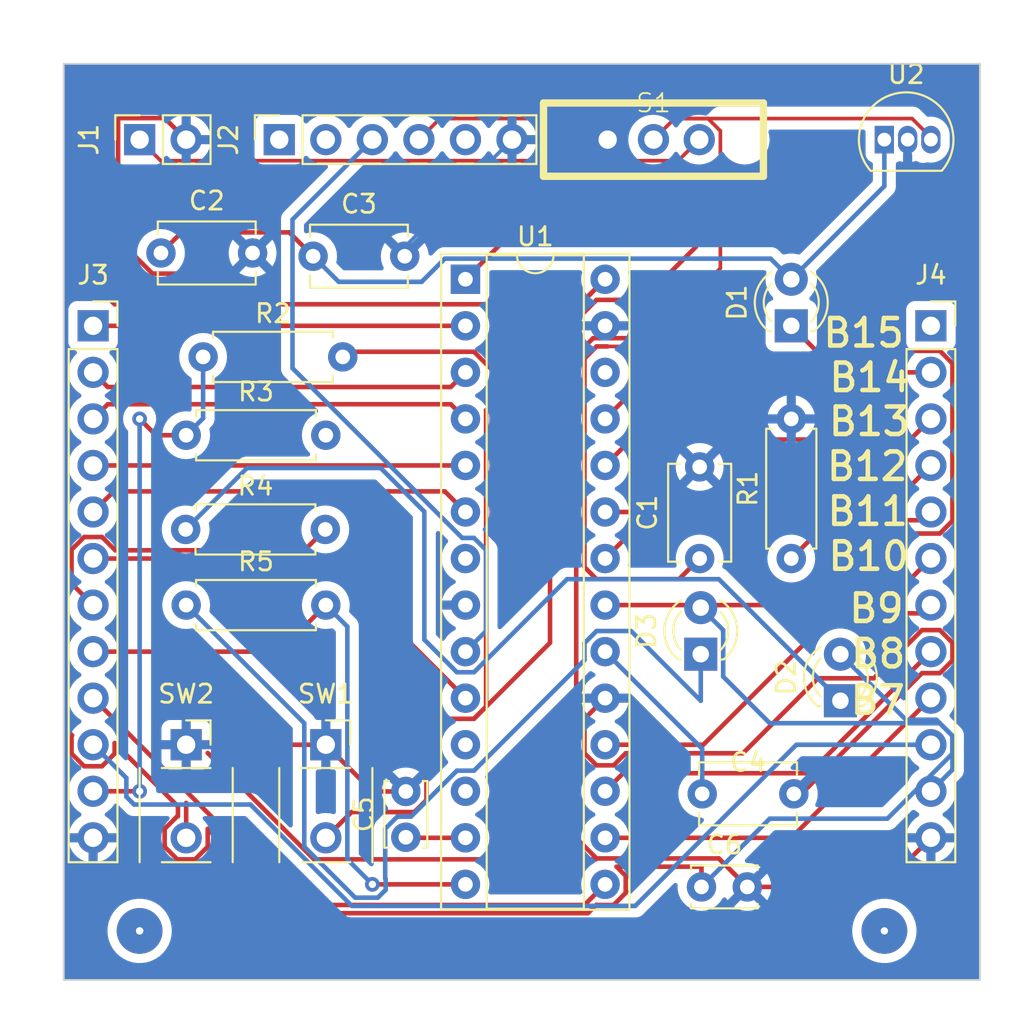
<source format=kicad_pcb>
(kicad_pcb (version 20221018) (generator pcbnew)
  (layers (0 "F.Cu" signal) (31 "B.Cu" signal) (34 "B.Paste" user) (35 "F.Paste" user) (36 "B.SilkS" user "B.Silkscreen") (37 "F.SilkS" user "F.Silkscreen") (38 "B.Mask" user) (39 "F.Mask" user) (44 "Edge.Cuts" user))
  (net 0 "")
  (net 1 "Net-(S1-B)")
  (net 2 "GND")
  (net 3 "Net-(D1-A)")
  (net 4 "Net-(U1-Vcap)")
  (net 5 "+3.3V")
  (net 6 "Net-(D1-K)")
  (net 7 "Net-(D2-K)")
  (net 8 "Net-(D3-K)")
  (net 9 "Net-(J1-Pin_1)")
  (net 11 "/U1TX")
  (net 12 "/U1RX")
  (net 13 "+5V")
  (net 15 "/A0")
  (net 16 "/A1")
  (net 17 "/B0")
  (net 18 "/B1")
  (net 19 "/B2")
  (net 20 "/A3")
  (net 21 "/GREEN")
  (net 22 "/YELLOW")
  (net 23 "/B6")
  (net 24 "/Vin")
  (net 25 "/B15")
  (net 26 "/B14")
  (net 27 "/B13")
  (net 28 "/B12")
  (net 29 "/B11")
  (net 30 "/B10")
  (net 31 "/B9")
  (net 32 "/B8")
  (net 33 "/B7")
  (net 34 "/MCLR")
  (net 35 "/USER")
  (footprint "Capacitor_THT:C_Disc_D5.1mm_W3.2mm_P5.00mm" (layer "F.Cu") (at 243.92 149.86)
    (fp_text reference "C4" (at 2.5 -1.721) (layer "F.SilkS"))
    (fp_text value "1 uF")
    (pad "1" thru_hole circle (at 0 0) (size 1.6 1.6) (drill 0.8) (layers "*.Cu" "*.Mask") (net 4 "Net-(U1-Vcap)"))
    (pad "2" thru_hole circle (at 5 0) (size 1.6 1.6) (drill 0.8) (layers "*.Cu" "*.Mask") (net 2 "GND"))
  )
  (footprint "Resistor_THT:R_Axial_DIN0207_L6.3mm_D2.5mm_P7.62mm_Horizontal" (layer "F.Cu") (at 215.76 130.291058)
    (fp_text reference "R3" (at 3.81 -2.37) (layer "F.SilkS"))
    (fp_text value "10k")
    (pad "1" thru_hole circle (at 0 0) (size 1.6 1.6) (drill 0.8) (layers "*.Cu" "*.Mask") (net 5 "+3.3V"))
    (pad "2" thru_hole oval (at 7.62 0) (size 1.6 1.6) (drill 0.8) (layers "*.Cu" "*.Mask") (net 35 "/USER"))
  )
  (footprint "Capacitor_THT:C_Disc_D5.1mm_W3.2mm_P5.00mm" (layer "F.Cu") (at 214.38328 120.346551)
    (fp_text reference "C2" (at 2.5 -2.85) (layer "F.SilkS"))
    (fp_text value "1uF")
    (pad "1" thru_hole circle (at 0 0) (size 1.6 1.6) (drill 0.8) (layers "*.Cu" "*.Mask") (net 3 "Net-(D1-A)"))
    (pad "2" thru_hole circle (at 5 0) (size 1.6 1.6) (drill 0.8) (layers "*.Cu" "*.Mask") (net 2 "GND"))
  )
  (footprint "Package_DIP:DIP-28_W7.62mm_Socket" (layer "F.Cu") (at 231 121.78)
    (fp_text reference "U1" (at 3.81 -2.33) (layer "F.SilkS"))
    (fp_text value "~")
    (pad "1" thru_hole rect (at 0 0) (size 1.6 1.6) (drill 0.8) (layers "*.Cu" "*.Mask") (net 34 "/MCLR"))
    (pad "2" thru_hole oval (at 0 2.54) (size 1.6 1.6) (drill 0.8) (layers "*.Cu" "*.Mask") (net 15 "/A0"))
    (pad "3" thru_hole oval (at 0 5.08) (size 1.6 1.6) (drill 0.8) (layers "*.Cu" "*.Mask") (net 16 "/A1"))
    (pad "4" thru_hole oval (at 0 7.62) (size 1.6 1.6) (drill 0.8) (layers "*.Cu" "*.Mask") (net 17 "/B0"))
    (pad "5" thru_hole oval (at 0 10.16) (size 1.6 1.6) (drill 0.8) (layers "*.Cu" "*.Mask") (net 18 "/B1"))
    (pad "6" thru_hole oval (at 0 12.7) (size 1.6 1.6) (drill 0.8) (layers "*.Cu" "*.Mask") (net 19 "/B2"))
    (pad "7" thru_hole oval (at 0 15.24) (size 1.6 1.6) (drill 0.8) (layers "*.Cu" "*.Mask"))
    (pad "8" thru_hole oval (at 0 17.78) (size 1.6 1.6) (drill 0.8) (layers "*.Cu" "*.Mask") (net 2 "GND"))
    (pad "9" thru_hole oval (at 0 20.32) (size 1.6 1.6) (drill 0.8) (layers "*.Cu" "*.Mask") (net 12 "/U1RX"))
    (pad "10" thru_hole oval (at 0 22.86) (size 1.6 1.6) (drill 0.8) (layers "*.Cu" "*.Mask") (net 20 "/A3"))
    (pad "11" thru_hole oval (at 0 25.4) (size 1.6 1.6) (drill 0.8) (layers "*.Cu" "*.Mask"))
    (pad "12" thru_hole oval (at 0 27.94) (size 1.6 1.6) (drill 0.8) (layers "*.Cu" "*.Mask"))
    (pad "13" thru_hole oval (at 0 30.48) (size 1.6 1.6) (drill 0.8) (layers "*.Cu" "*.Mask") (net 5 "+3.3V"))
    (pad "14" thru_hole oval (at 0 33.02) (size 1.6 1.6) (drill 0.8) (layers "*.Cu" "*.Mask") (net 22 "/YELLOW"))
    (pad "15" thru_hole oval (at 7.62 33.02) (size 1.6 1.6) (drill 0.8) (layers "*.Cu" "*.Mask") (net 23 "/B6"))
    (pad "16" thru_hole oval (at 7.62 30.48) (size 1.6 1.6) (drill 0.8) (layers "*.Cu" "*.Mask") (net 33 "/B7"))
    (pad "17" thru_hole oval (at 7.62 27.94) (size 1.6 1.6) (drill 0.8) (layers "*.Cu" "*.Mask") (net 32 "/B8"))
    (pad "18" thru_hole oval (at 7.62 25.4) (size 1.6 1.6) (drill 0.8) (layers "*.Cu" "*.Mask") (net 31 "/B9"))
    (pad "19" thru_hole oval (at 7.62 22.86) (size 1.6 1.6) (drill 0.8) (layers "*.Cu" "*.Mask") (net 2 "GND"))
    (pad "20" thru_hole oval (at 7.62 20.32) (size 1.6 1.6) (drill 0.8) (layers "*.Cu" "*.Mask") (net 4 "Net-(U1-Vcap)"))
    (pad "21" thru_hole oval (at 7.62 17.78) (size 1.6 1.6) (drill 0.8) (layers "*.Cu" "*.Mask") (net 30 "/B10"))
    (pad "22" thru_hole oval (at 7.62 15.24) (size 1.6 1.6) (drill 0.8) (layers "*.Cu" "*.Mask") (net 29 "/B11"))
    (pad "23" thru_hole oval (at 7.62 12.7) (size 1.6 1.6) (drill 0.8) (layers "*.Cu" "*.Mask") (net 28 "/B12"))
    (pad "24" thru_hole oval (at 7.62 10.16) (size 1.6 1.6) (drill 0.8) (layers "*.Cu" "*.Mask") (net 27 "/B13"))
    (pad "25" thru_hole oval (at 7.62 7.62) (size 1.6 1.6) (drill 0.8) (layers "*.Cu" "*.Mask") (net 26 "/B14"))
    (pad "26" thru_hole oval (at 7.62 5.08) (size 1.6 1.6) (drill 0.8) (layers "*.Cu" "*.Mask"))
    (pad "27" thru_hole oval (at 7.62 2.54) (size 1.6 1.6) (drill 0.8) (layers "*.Cu" "*.Mask") (net 2 "GND"))
    (pad "28" thru_hole oval (at 7.62 0) (size 1.6 1.6) (drill 0.8) (layers "*.Cu" "*.Mask") (net 5 "+3.3V"))
  )
  (footprint "Resistor_THT:R_Axial_DIN0207_L6.3mm_D2.5mm_P7.62mm_Horizontal" (layer "F.Cu") (at 215.73112 135.431623)
    (fp_text reference "R4" (at 3.81 -2.37) (layer "F.SilkS"))
    (fp_text value "330")
    (pad "1" thru_hole circle (at 0 0) (size 1.6 1.6) (drill 0.8) (layers "*.Cu" "*.Mask") (net 7 "Net-(D2-K)"))
    (pad "2" thru_hole oval (at 7.62 0) (size 1.6 1.6) (drill 0.8) (layers "*.Cu" "*.Mask") (net 21 "/GREEN"))
  )
  (footprint "Capacitor_THT:C_Disc_D5.1mm_W3.2mm_P5.00mm" (layer "F.Cu") (at 243.78 137.02 90)
    (fp_text reference "C1" (at 2.5 -2.85 90) (layer "F.SilkS"))
    (fp_text value "1uF")
    (pad "1" thru_hole circle (at 0 0 90) (size 1.6 1.6) (drill 0.8) (layers "*.Cu" "*.Mask") (net 1 "Net-(S1-B)"))
    (pad "2" thru_hole circle (at 5 0 90) (size 1.6 1.6) (drill 0.8) (layers "*.Cu" "*.Mask") (net 2 "GND"))
  )
  (footprint "Capacitor_THT:C_Disc_D3.4mm_W2.1mm_P2.50mm" (layer "F.Cu") (at 243.88 154.94)
    (fp_text reference "C6" (at 1.25 -2.3) (layer "F.SilkS"))
    (fp_text value "0.1uF")
    (pad "1" thru_hole circle (at 0 0) (size 1.6 1.6) (drill 0.8) (layers "*.Cu" "*.Mask") (net 5 "+3.3V"))
    (pad "2" thru_hole circle (at 2.5 0) (size 1.6 1.6) (drill 0.8) (layers "*.Cu" "*.Mask") (net 2 "GND"))
  )
  (footprint "Connector_PinSocket_2.54mm:PinSocket_1x12_P2.54mm_Vertical" (layer "F.Cu") (at 256.4 124.32)
    (fp_text reference "J4" (at 0 -2.77) (layer "F.SilkS"))
    (fp_text value "RIGHT")
    (pad "1" thru_hole rect (at 0 0) (size 1.7 1.7) (drill 1) (layers "*.Cu" "*.Mask") (net 25 "/B15"))
    (pad "2" thru_hole oval (at 0 2.54) (size 1.7 1.7) (drill 1) (layers "*.Cu" "*.Mask") (net 26 "/B14"))
    (pad "3" thru_hole oval (at 0 5.08) (size 1.7 1.7) (drill 1) (layers "*.Cu" "*.Mask") (net 27 "/B13"))
    (pad "4" thru_hole oval (at 0 7.62) (size 1.7 1.7) (drill 1) (layers "*.Cu" "*.Mask") (net 28 "/B12"))
    (pad "5" thru_hole oval (at 0 10.16) (size 1.7 1.7) (drill 1) (layers "*.Cu" "*.Mask") (net 29 "/B11"))
    (pad "6" thru_hole oval (at 0 12.7) (size 1.7 1.7) (drill 1) (layers "*.Cu" "*.Mask") (net 30 "/B10"))
    (pad "7" thru_hole oval (at 0 15.24) (size 1.7 1.7) (drill 1) (layers "*.Cu" "*.Mask") (net 31 "/B9"))
    (pad "8" thru_hole oval (at 0 17.78) (size 1.7 1.7) (drill 1) (layers "*.Cu" "*.Mask") (net 32 "/B8"))
    (pad "9" thru_hole oval (at 0 20.32) (size 1.7 1.7) (drill 1) (layers "*.Cu" "*.Mask") (net 33 "/B7"))
    (pad "10" thru_hole oval (at 0 22.86) (size 1.7 1.7) (drill 1) (layers "*.Cu" "*.Mask") (net 24 "/Vin"))
    (pad "11" thru_hole oval (at 0 25.4) (size 1.7 1.7) (drill 1) (layers "*.Cu" "*.Mask") (net 5 "+3.3V"))
    (pad "12" thru_hole oval (at 0 27.94) (size 1.7 1.7) (drill 1) (layers "*.Cu" "*.Mask") (net 2 "GND"))
  )
  (footprint "Capacitor_THT:C_Disc_D5.1mm_W3.2mm_P5.00mm" (layer "F.Cu") (at 222.686681 120.523219)
    (fp_text reference "C3" (at 2.5 -2.85) (layer "F.SilkS"))
    (fp_text value "1uF")
    (pad "1" thru_hole circle (at 0 0) (size 1.6 1.6) (drill 0.8) (layers "*.Cu" "*.Mask") (net 3 "Net-(D1-A)"))
    (pad "2" thru_hole circle (at 5 0) (size 1.6 1.6) (drill 0.8) (layers "*.Cu" "*.Mask") (net 2 "GND"))
  )
  (footprint "Connector_PinSocket_2.54mm:PinSocket_1x02_P2.54mm_Vertical" (layer "F.Cu") (at 213.22 114.16 90)
    (fp_text reference "J1" (at 0 -2.77 90) (layer "F.SilkS"))
    (fp_text value "BATTERY")
    (pad "1" thru_hole rect (at 0 0 90) (size 1.7 1.7) (drill 1) (layers "*.Cu" "*.Mask") (net 9 "Net-(J1-Pin_1)"))
    (pad "2" thru_hole oval (at 0 2.54 90) (size 1.7 1.7) (drill 1) (layers "*.Cu" "*.Mask") (net 2 "GND"))
  )
  (footprint "Package_TO_SOT_THT:TO-92L_Inline" (layer "F.Cu") (at 253.86 114.16)
    (fp_text reference "U2" (at 1.19 -3.56) (layer "F.SilkS"))
    (fp_text value "AP7381-33V")
    (pad "1" thru_hole rect (at 0 0) (size 1.05 1.5) (drill 0.75) (layers "*.Cu" "*.Mask") (net 3 "Net-(D1-A)"))
    (pad "2" thru_hole oval (at 1.27 0) (size 1.05 1.5) (drill 0.75) (layers "*.Cu" "*.Mask") (net 2 "GND"))
    (pad "3" thru_hole oval (at 2.54 0) (size 1.05 1.5) (drill 0.75) (layers "*.Cu" "*.Mask") (net 1 "Net-(S1-B)"))
  )
  (footprint "LED_THT:LED_D3.0mm" (layer "F.Cu") (at 248.78 124.32 90)
    (fp_text reference "D1" (at 1.27 -2.96 90) (layer "F.SilkS"))
    (fp_text value "RED")
    (pad "1" thru_hole rect (at 0 0 90) (size 1.8 1.8) (drill 0.9) (layers "*.Cu" "*.Mask") (net 6 "Net-(D1-K)"))
    (pad "2" thru_hole circle (at 2.54 0 90) (size 1.8 1.8) (drill 0.9) (layers "*.Cu" "*.Mask") (net 3 "Net-(D1-A)"))
  )
  (footprint "PICBOARD:pushb" (layer "F.Cu") (at 223.38 147.18)
    (fp_text reference "SW1" (at 0 -2.77) (layer "F.SilkS"))
    (fp_text value "MCLR")
    (pad "1" thru_hole rect (at 0 0) (size 1.7 1.7) (drill 1) (layers "*.Cu" "*.Mask") (net 2 "GND"))
    (pad "2" thru_hole oval (at 0 5.08) (size 1.7 1.7) (drill 1) (layers "*.Cu" "*.Mask") (net 34 "/MCLR"))
  )
  (footprint "Resistor_THT:R_Axial_DIN0207_L6.3mm_D2.5mm_P7.62mm_Horizontal" (layer "F.Cu") (at 216.684146 126.016881)
    (fp_text reference "R2" (at 3.81 -2.37) (layer "F.SilkS"))
    (fp_text value "10k")
    (pad "1" thru_hole circle (at 0 0) (size 1.6 1.6) (drill 0.8) (layers "*.Cu" "*.Mask") (net 5 "+3.3V"))
    (pad "2" thru_hole oval (at 7.62 0) (size 1.6 1.6) (drill 0.8) (layers "*.Cu" "*.Mask") (net 34 "/MCLR"))
  )
  (footprint "Resistor_THT:R_Axial_DIN0207_L6.3mm_D2.5mm_P7.62mm_Horizontal" (layer "F.Cu") (at 248.78 137.02 90)
    (fp_text reference "R1" (at 3.81 -2.37 90) (layer "F.SilkS"))
    (fp_text value "330")
    (pad "1" thru_hole circle (at 0 0 90) (size 1.6 1.6) (drill 0.8) (layers "*.Cu" "*.Mask") (net 6 "Net-(D1-K)"))
    (pad "2" thru_hole oval (at 7.62 0 90) (size 1.6 1.6) (drill 0.8) (layers "*.Cu" "*.Mask") (net 2 "GND"))
  )
  (footprint "LED_THT:LED_D3.0mm" (layer "F.Cu") (at 251.46 144.78 90)
    (fp_text reference "D2" (at 1.27 -2.96 90) (layer "F.SilkS"))
    (fp_text value "GREEN")
    (pad "1" thru_hole rect (at 0 0 90) (size 1.8 1.8) (drill 0.9) (layers "*.Cu" "*.Mask") (net 7 "Net-(D2-K)"))
    (pad "2" thru_hole circle (at 2.54 0 90) (size 1.8 1.8) (drill 0.9) (layers "*.Cu" "*.Mask") (net 5 "+3.3V"))
  )
  (footprint "Connector_PinSocket_2.54mm:PinSocket_1x12_P2.54mm_Vertical" (layer "F.Cu") (at 210.68 124.32)
    (fp_text reference "J3" (at 0 -2.77) (layer "F.SilkS"))
    (fp_text value "LEFT")
    (pad "1" thru_hole rect (at 0 0) (size 1.7 1.7) (drill 1) (layers "*.Cu" "*.Mask") (net 15 "/A0"))
    (pad "2" thru_hole oval (at 0 2.54) (size 1.7 1.7) (drill 1) (layers "*.Cu" "*.Mask") (net 16 "/A1"))
    (pad "3" thru_hole oval (at 0 5.08) (size 1.7 1.7) (drill 1) (layers "*.Cu" "*.Mask") (net 17 "/B0"))
    (pad "4" thru_hole oval (at 0 7.62) (size 1.7 1.7) (drill 1) (layers "*.Cu" "*.Mask") (net 18 "/B1"))
    (pad "5" thru_hole oval (at 0 10.16) (size 1.7 1.7) (drill 1) (layers "*.Cu" "*.Mask") (net 19 "/B2"))
    (pad "6" thru_hole oval (at 0 12.7) (size 1.7 1.7) (drill 1) (layers "*.Cu" "*.Mask") (net 20 "/A3"))
    (pad "7" thru_hole oval (at 0 15.24) (size 1.7 1.7) (drill 1) (layers "*.Cu" "*.Mask") (net 21 "/GREEN"))
    (pad "8" thru_hole oval (at 0 17.78) (size 1.7 1.7) (drill 1) (layers "*.Cu" "*.Mask") (net 22 "/YELLOW"))
    (pad "9" thru_hole oval (at 0 20.32) (size 1.7 1.7) (drill 1) (layers "*.Cu" "*.Mask") (net 23 "/B6"))
    (pad "10" thru_hole oval (at 0 22.86) (size 1.7 1.7) (drill 1) (layers "*.Cu" "*.Mask") (net 24 "/Vin"))
    (pad "11" thru_hole oval (at 0 25.4) (size 1.7 1.7) (drill 1) (layers "*.Cu" "*.Mask") (net 5 "+3.3V"))
    (pad "12" thru_hole oval (at 0 27.94) (size 1.7 1.7) (drill 1) (layers "*.Cu" "*.Mask") (net 2 "GND"))
  )
  (footprint "Connector_PinSocket_2.54mm:PinSocket_1x06_P2.54mm_Vertical" (layer "F.Cu") (at 220.84 114.16 90)
    (fp_text reference "J2" (at 0 -2.77 90) (layer "F.SilkS"))
    (fp_text value "CP2102")
    (pad "1" thru_hole rect (at 0 0 90) (size 1.7 1.7) (drill 1) (layers "*.Cu" "*.Mask"))
    (pad "2" thru_hole oval (at 0 2.54 90) (size 1.7 1.7) (drill 1) (layers "*.Cu" "*.Mask") (net 11 "/U1TX"))
    (pad "3" thru_hole oval (at 0 5.08 90) (size 1.7 1.7) (drill 1) (layers "*.Cu" "*.Mask") (net 12 "/U1RX"))
    (pad "4" thru_hole oval (at 0 7.62 90) (size 1.7 1.7) (drill 1) (layers "*.Cu" "*.Mask") (net 13 "+5V"))
    (pad "5" thru_hole oval (at 0 10.16 90) (size 1.7 1.7) (drill 1) (layers "*.Cu" "*.Mask"))
    (pad "6" thru_hole oval (at 0 12.7 90) (size 1.7 1.7) (drill 1) (layers "*.Cu" "*.Mask") (net 2 "GND"))
  )
  (footprint "LED_THT:LED_D3.0mm" (layer "F.Cu") (at 243.84 142.24 90)
    (fp_text reference "D3" (at 1.27 -2.96 90) (layer "F.SilkS"))
    (fp_text value "YELLOW")
    (pad "1" thru_hole rect (at 0 0 90) (size 1.8 1.8) (drill 0.9) (layers "*.Cu" "*.Mask") (net 8 "Net-(D3-K)"))
    (pad "2" thru_hole circle (at 2.54 0 90) (size 1.8 1.8) (drill 0.9) (layers "*.Cu" "*.Mask") (net 5 "+3.3V"))
  )
  (footprint "Capacitor_THT:C_Disc_D3.4mm_W2.1mm_P2.50mm" (layer "F.Cu") (at 227.746007 152.230041 90)
    (fp_text reference "C5" (at 1.25 -2.3 90) (layer "F.SilkS"))
    (fp_text value "0.1 uF")
    (pad "1" thru_hole circle (at 0 0 90) (size 1.6 1.6) (drill 0.8) (layers "*.Cu" "*.Mask") (net 5 "+3.3V"))
    (pad "2" thru_hole circle (at 2.5 0 90) (size 1.6 1.6) (drill 0.8) (layers "*.Cu" "*.Mask") (net 2 "GND"))
  )
  (footprint "PICBOARD:pushb" (layer "F.Cu") (at 215.76 147.18)
    (fp_text reference "SW2" (at 0 -2.77) (layer "F.SilkS"))
    (fp_text value "USER")
    (pad "1" thru_hole rect (at 0 0) (size 1.7 1.7) (drill 1) (layers "*.Cu" "*.Mask") (net 2 "GND"))
    (pad "2" thru_hole oval (at 0 5.08) (size 1.7 1.7) (drill 1) (layers "*.Cu" "*.Mask") (net 35 "/USER"))
  )
  (footprint "Resistor_THT:R_Axial_DIN0207_L6.3mm_D2.5mm_P7.62mm_Horizontal" (layer "F.Cu") (at 215.76 139.56)
    (fp_text reference "R5" (at 3.81 -2.37) (layer "F.SilkS"))
    (fp_text value "330")
    (pad "1" thru_hole circle (at 0 0) (size 1.6 1.6) (drill 0.8) (layers "*.Cu" "*.Mask") (net 8 "Net-(D3-K)"))
    (pad "2" thru_hole oval (at 7.62 0) (size 1.6 1.6) (drill 0.8) (layers "*.Cu" "*.Mask") (net 22 "/YELLOW"))
  )
  (footprint "PICBOARD:slide" (layer "F.Cu") (at 241.26 114.16)
    (fp_text reference "S1" (at 0 -2 unlocked) (layer "F.SilkS") (effects (font (thickness 0.1))))
    (fp_text value "SW_slide")
    (pad "1" thru_hole circle (at -2.5 0) (size 1.7 1.7) (drill 1) (layers "*.Cu" "*.Mask") (net 13 "+5V"))
    (pad "2" thru_hole circle (at 0 0) (size 1.7 1.7) (drill 1) (layers "*.Cu" "*.Mask") (net 1 "Net-(S1-B)"))
    (pad "3" thru_hole circle (at 2.5 0) (size 1.7 1.7) (drill 1) (layers "*.Cu" "*.Mask") (net 9 "Net-(J1-Pin_1)"))
  )
  (gr_line (start 209.08 110.02) (end 209.08 160.02) (stroke (width 0.1)) (layer "Edge.Cuts"))
  (gr_line (start 259.08 110.02) (end 259.08 160.02) (stroke (width 0.1)) (layer "Edge.Cuts"))
  (gr_line (start 259.08 160.02) (end 259.08 110.02) (stroke (width 0.1)) (layer "Edge.Cuts"))
  (gr_line (start 209.08 110.02) (end 259.08 110.02) (stroke (width 0.1)) (layer "Edge.Cuts"))
  (gr_line (start 209.08 160.02) (end 259.08 160.02) (stroke (width 0.1)) (layer "Edge.Cuts"))
  (gr_text "B14" (at 255.39834 128.019815) (layer "F.SilkS") (effects (font (size 1.5 1.5) (thickness 0.25) bold) (justify right bottom)))
  (gr_text "B15" (at 255.07 125.59) (layer "F.SilkS") (effects (font (size 1.5 1.5) (thickness 0.25) bold) (justify right bottom)))
  (gr_text "B9" (at 255.055668 140.619633) (layer "F.SilkS") (effects (font (size 1.5 1.5) (thickness 0.25) bold) (justify right bottom)))
  (gr_text "B11" (at 255.292903 135.321383) (layer "F.SilkS") (effects (font (size 1.5 1.5) (thickness 0.25) bold) (justify right bottom)))
  (gr_text "B13" (at 255.371981 130.418525) (layer "F.SilkS") (effects (font (size 1.5 1.5) (thickness 0.25) bold) (justify right bottom)))
  (gr_text "B7" (at 255.127095 145.630861) (layer "F.SilkS") (effects (font (size 1.5 1.5) (thickness 0.25) bold) (justify right bottom)))
  (gr_text "B12" (at 255.266543 132.869954) (layer "F.SilkS") (effects (font (size 1.5 1.5) (thickness 0.25) bold) (justify right bottom)))
  (gr_text "B10" (at 255.345621 137.772812) (layer "F.SilkS") (effects (font (size 1.5 1.5) (thickness 0.25) bold) (justify right bottom)))
  (gr_text "B8" (at 255.153718 143.101672) (layer "F.SilkS") (effects (font (size 1.5 1.5) (thickness 0.25) bold) (justify right bottom)))
  (via (at 213.22 157.34) (size 0.8) (drill 0.4) (layers "F.Cu" "B.Cu") (net 0))
  (via (at 253.86 157.34) (size 2.5) (drill 0.4) (layers "F.Cu" "B.Cu") (net 0))
  (via (at 213.22 157.34) (size 2.5) (drill 0.4) (layers "F.Cu" "B.Cu") (net 0))
  (segment (start 256.4 114.038274) (end 256.4 114.16) (width 0.2) (layer "F.Cu") (net 1))
  (segment (start 237.495 137.485991) (end 237.495 126.104009) (width 0.25) (layer "F.Cu") (net 1))
  (segment (start 255.371726 113.01) (end 256.4 114.038274) (width 0.2) (layer "F.Cu") (net 1))
  (segment (start 244.91 121.176947) (end 240.641947 125.445) (width 0.2) (layer "F.Cu") (net 1))
  (segment (start 244.91 113.683654) (end 244.91 121.176947) (width 0.2) (layer "F.Cu") (net 1))
  (segment (start 241.26 114.16) (end 242.41 113.01) (width 0.2) (layer "F.Cu") (net 1))
  (segment (start 238.154009 125.445) (end 238.76 125.445) (width 0.25) (layer "F.Cu") (net 1))
  (segment (start 242.655 138.145) (end 238.154009 138.145) (width 0.25) (layer "F.Cu") (net 1))
  (segment (start 244.236346 113.01) (end 244.91 113.683654) (width 0.2) (layer "F.Cu") (net 1))
  (segment (start 237.495 126.104009) (end 238.154009 125.445) (width 0.25) (layer "F.Cu") (net 1))
  (segment (start 242.41 113.01) (end 255.371726 113.01) (width 0.2) (layer "F.Cu") (net 1))
  (segment (start 238.154009 138.145) (end 237.495 137.485991) (width 0.25) (layer "F.Cu") (net 1))
  (segment (start 242.41 113.01) (end 244.236346 113.01) (width 0.2) (layer "F.Cu") (net 1))
  (segment (start 240.641947 125.445) (end 238.76 125.445) (width 0.2) (layer "F.Cu") (net 1))
  (segment (start 243.78 137.02) (end 242.655 138.145) (width 0.25) (layer "F.Cu") (net 1))
  (segment (start 256.4 114.16) (end 256.4 114.385) (width 0.25) (layer "B.Cu") (net 1))
  (segment (start 253.72 154.94) (end 256.4 152.26) (width 0.25) (layer "F.Cu") (net 2))
  (segment (start 218.25828 121.471551) (end 213.917289 121.471551) (width 0.25) (layer "F.Cu") (net 2))
  (segment (start 219.38328 120.346551) (end 218.25828 121.471551) (width 0.25) (layer "F.Cu") (net 2))
  (segment (start 238.104009 153.435) (end 222.74 153.435) (width 0.25) (layer "F.Cu") (net 2))
  (segment (start 240.653253 124.797297) (end 240.175956 124.32) (width 0.25) (layer "F.Cu") (net 2))
  (segment (start 246.144009 147.645991) (end 250.235 143.555) (width 0.25) (layer "F.Cu") (net 2))
  (segment (start 257.575 141.613299) (end 257.575 142.586701) (width 0.25) (layer "F.Cu") (net 2))
  (segment (start 238.154009 153.385) (end 238.104009 153.435) (width 0.25) (layer "F.Cu") (net 2))
  (segment (start 237.495 145.765) (end 237.495 147.645991) (width 0.25) (layer "F.Cu") (net 2))
  (segment (start 237.045 152.275991) (end 237.045 125.917613) (width 0.25) (layer "F.Cu") (net 2))
  (segment (start 238.62 144.64) (end 237.495 145.765) (width 0.25) (layer "F.Cu") (net 2))
  (segment (start 238.154009 148.305) (end 239.085991 148.305) (width 0.25) (layer "F.Cu") (net 2))
  (segment (start 240.455551 124.995) (end 240.653253 124.797297) (width 0.25) (layer "F.Cu") (net 2))
  (segment (start 237.495 147.645991) (end 238.154009 148.305) (width 0.25) (layer "F.Cu") (net 2))
  (segment (start 213.917289 121.471551) (end 212.045 119.599262) (width 0.25) (layer "F.Cu") (net 2))
  (segment (start 237.045 125.917613) (end 237.967613 124.995) (width 0.25) (layer "F.Cu") (net 2))
  (segment (start 239.745 147.645991) (end 246.144009 147.645991) (width 0.25) (layer "F.Cu") (net 2))
  (segment (start 257.575 142.586701) (end 256.886701 143.275) (width 0.25) (layer "F.Cu") (net 2))
  (segment (start 244.825 153.385) (end 238.154009 153.385) (width 0.25) (layer "F.Cu") (net 2))
  (segment (start 255.913299 140.925) (end 256.886701 140.925) (width 0.25) (layer "F.Cu") (net 2))
  (segment (start 250.235 143.555) (end 253.283299 143.555) (width 0.25) (layer "F.Cu") (net 2))
  (segment (start 256.886701 143.275) (end 255.913299 143.275) (width 0.25) (layer "F.Cu") (net 2))
  (segment (start 238.154009 153.385) (end 237.045 152.275991) (width 0.25) (layer "F.Cu") (net 2))
  (segment (start 253.283299 143.555) (end 255.913299 140.925) (width 0.25) (layer "F.Cu") (net 2))
  (segment (start 256.886701 140.925) (end 257.575 141.613299) (width 0.25) (layer "F.Cu") (net 2))
  (segment (start 215.76 147.18) (end 223.38 147.18) (width 0.25) (layer "F.Cu") (net 2))
  (segment (start 255.913299 143.275) (end 249.328299 149.86) (width 0.25) (layer "F.Cu") (net 2))
  (segment (start 225.930041 149.730041) (end 223.38 147.18) (width 0.25) (layer "F.Cu") (net 2))
  (segment (start 246.24 154.8) (end 244.825 153.385) (width 0.25) (layer "F.Cu") (net 2))
  (segment (start 240.175956 124.32) (end 238.62 124.32) (width 0.25) (layer "F.Cu") (net 2))
  (segment (start 212.045 112.985) (end 214.585 112.985) (width 0.25) (layer "F.Cu") (net 2))
  (segment (start 246.38 154.94) (end 253.72 154.94) (width 0.25) (layer "F.Cu") (net 2))
  (segment (start 222.74 153.435) (end 216.935 147.63) (width 0.25) (layer "F.Cu") (net 2))
  (segment (start 212.045 119.599262) (end 212.045 112.985) (width 0.25) (layer "F.Cu") (net 2))
  (segment (start 227.746007 149.730041) (end 225.930041 149.730041) (width 0.25) (layer "F.Cu") (net 2))
  (segment (start 246.38 154.94) (end 244.825 153.385) (width 0.25) (layer "F.Cu") (net 2))
  (segment (start 249.328299 149.86) (end 248.92 149.86) (width 0.25) (layer "F.Cu") (net 2))
  (segment (start 214.585 112.985) (end 215.76 114.16) (width 0.25) (layer "F.Cu") (net 2))
  (segment (start 239.085991 148.305) (end 239.745 147.645991) (width 0.25) (layer "F.Cu") (net 2))
  (segment (start 237.967613 124.995) (end 240.455551 124.995) (width 0.25) (layer "F.Cu") (net 2))
  (segment (start 233.54 114.16) (end 227.686681 120.013319) (width 0.2) (layer "B.Cu") (net 2))
  (segment (start 227.686681 120.013319) (end 227.686681 120.523219) (width 0.2) (layer "B.Cu") (net 2))
  (segment (start 215.50828 119.221551) (end 214.38328 120.346551) (width 0.25) (layer "F.Cu") (net 3))
  (segment (start 222.686681 120.523219) (end 221.385013 119.221551) (width 0.25) (layer "F.Cu") (net 3))
  (segment (start 221.385013 119.221551) (end 215.50828 119.221551) (width 0.25) (layer "F.Cu") (net 3))
  (segment (start 247.655 120.655) (end 248.78 121.78) (width 0.25) (layer "B.Cu") (net 3))
  (segment (start 229.875 120.655) (end 247.655 120.655) (width 0.25) (layer "B.Cu") (net 3))
  (segment (start 253.86 114.16) (end 253.86 116.7) (width 0.25) (layer "B.Cu") (net 3))
  (segment (start 222.686681 120.523219) (end 224.083462 121.92) (width 0.25) (layer "B.Cu") (net 3))
  (segment (start 253.86 116.7) (end 248.78 121.78) (width 0.25) (layer "B.Cu") (net 3))
  (segment (start 228.61 121.92) (end 229.875 120.655) (width 0.25) (layer "B.Cu") (net 3))
  (segment (start 224.083462 121.92) (end 228.61 121.92) (width 0.25) (layer "B.Cu") (net 3))
  (segment (start 238.62 142.1) (end 243.92 147.4) (width 0.25) (layer "B.Cu") (net 4))
  (segment (start 243.92 147.4) (end 243.92 149.86) (width 0.25) (layer "B.Cu") (net 4))
  (segment (start 239.085991 155.925) (end 239.745 155.265991) (width 0.25) (layer "F.Cu") (net 5))
  (segment (start 221.536701 156.375) (end 237.681396 156.375) (width 0.25) (layer "F.Cu") (net 5))
  (segment (start 216.935 152.746701) (end 216.935 151.773299) (width 0.25) (layer "F.Cu") (net 5))
  (segment (start 243.88 153.835) (end 243.88 154.94) (width 0.25) (layer "F.Cu") (net 5))
  (segment (start 215.31 150.542792) (end 215.31 151.085) (width 0.25) (layer "F.Cu") (net 5))
  (segment (start 213.22 149.72) (end 210.68 149.72) (width 0.25) (layer "F.Cu") (net 5))
  (segment (start 214.111058 130.291058) (end 213.22 129.4) (width 0.25) (layer "F.Cu") (net 5))
  (segment (start 214.585 151.773299) (end 214.585 152.746701) (width 0.25) (layer "F.Cu") (net 5))
  (segment (start 238.154009 155.925) (end 239.085991 155.925) (width 0.25) (layer "F.Cu") (net 5))
  (segment (start 239.245991 153.835) (end 243.88 153.835) (width 0.25) (layer "F.Cu") (net 5))
  (segment (start 211.855 123.145) (end 209.205 120.495) (width 0.25) (layer "F.Cu") (net 5))
  (segment (start 227.775966 152.26) (end 227.746007 152.230041) (width 0.25) (layer "F.Cu") (net 5))
  (segment (start 214.585 152.746701) (end 215.273299 153.435) (width 0.25) (layer "F.Cu") (net 5))
  (segment (start 211.855 147.087792) (end 215.31 150.542792) (width 0.25) (layer "F.Cu") (net 5))
  (segment (start 215.273299 153.435) (end 216.246701 153.435) (width 0.25) (layer "F.Cu") (net 5))
  (segment (start 209.505 147.666701) (end 210.193299 148.355) (width 0.25) (layer "F.Cu") (net 5))
  (segment (start 237.255 123.145) (end 211.855 123.145) (width 0.25) (layer "F.Cu") (net 5))
  (segment (start 209.505 146.693299) (end 209.505 147.666701) (width 0.25) (layer "F.Cu") (net 5))
  (segment (start 238.62 121.78) (end 237.495 122.905) (width 0.25) (layer "F.Cu") (net 5))
  (segment (start 209.205 120.495) (end 209.205 110.145) (width 0.25) (layer "F.Cu") (net 5))
  (segment (start 216.935 151.773299) (end 221.536701 156.375) (width 0.25) (layer "F.Cu") (net 5))
  (segment (start 211.855 147.666701) (end 211.855 147.087792) (width 0.25) (layer "F.Cu") (net 5))
  (segment (start 209.205 110.145) (end 258.955 110.145) (width 0.25) (layer "F.Cu") (net 5))
  (segment (start 238.142703 155.913693) (end 238.154009 155.925) (width 0.25) (layer "F.Cu") (net 5))
  (segment (start 210.193299 148.355) (end 211.166701 148.355) (width 0.25) (layer "F.Cu") (net 5))
  (segment (start 237.681396 156.375) (end 238.142703 155.913693) (width 0.25) (layer "F.Cu") (net 5))
  (segment (start 209.205 159.895) (end 209.205 146.341396) (width 0.25) (layer "F.Cu") (net 5))
  (segment (start 215.31 151.085) (end 215.273299 151.085) (width 0.25) (layer "F.Cu") (net 5))
  (segment (start 209.205 146.341396) (end 209.530952 146.667348) (width 0.25) (layer "F.Cu") (net 5))
  (segment (start 258.955 159.895) (end 209.205 159.895) (width 0.25) (layer "F.Cu") (net 5))
  (segment (start 215.273299 151.085) (end 214.585 151.773299) (width 0.25) (layer "F.Cu") (net 5))
  (segment (start 258.955 110.145) (end 258.955 159.895) (width 0.25) (layer "F.Cu") (net 5))
  (segment (start 211.166701 148.355) (end 211.855 147.666701) (width 0.25) (layer "F.Cu") (net 5))
  (segment (start 215.76 130.291058) (end 214.111058 130.291058) (width 0.25) (layer "F.Cu") (net 5))
  (segment (start 231 152.26) (end 227.775966 152.26) (width 0.25) (layer "F.Cu") (net 5))
  (segment (start 238.62 121.78) (end 237.255 123.145) (width 0.25) (layer "F.Cu") (net 5))
  (segment (start 239.745 154.334009) (end 239.245991 153.835) (width 0.25) (layer "F.Cu") (net 5))
  (segment (start 239.745 155.265991) (end 239.745 154.334009) (width 0.25) (layer "F.Cu") (net 5))
  (segment (start 216.246701 153.435) (end 216.935 152.746701) (width 0.25) (layer "F.Cu") (net 5))
  (segment (start 209.530952 146.667348) (end 209.505 146.693299) (width 0.25) (layer "F.Cu") (net 5))
  (via (at 213.22 129.4) (size 0.8) (drill 0.4) (layers "F.Cu" "B.Cu") (net 5))
  (via (at 213.22 149.72) (size 0.8) (drill 0.4) (layers "F.Cu" "B.Cu") (net 5))
  (segment (start 247.605 151.215) (end 243.88 154.94) (width 0.25) (layer "B.Cu") (net 5))
  (segment (start 245.065 140.925) (end 245.065 143.465) (width 0.25) (layer "B.Cu") (net 5))
  (segment (start 257.575 146.693299) (end 257.575 147.666701) (width 0.25) (layer "B.Cu") (net 5))
  (segment (start 251.46 142.24) (end 255.035 145.815) (width 0.25) (layer "B.Cu") (net 5))
  (segment (start 243.84 139.7) (end 245.065 140.925) (width 0.25) (layer "B.Cu") (net 5))
  (segment (start 256.696701 145.815) (end 257.575 146.693299) (width 0.25) (layer "B.Cu") (net 5))
  (segment (start 255.035 145.815) (end 256.696701 145.815) (width 0.25) (layer "B.Cu") (net 5))
  (segment (start 257.575 146.693299) (end 257.575 148.545) (width 0.25) (layer "B.Cu") (net 5))
  (segment (start 256.886701 146.005) (end 257.575 146.693299) (width 0.25) (layer "B.Cu") (net 5))
  (segment (start 254.026701 151.215) (end 247.605 151.215) (width 0.25) (layer "B.Cu") (net 5))
  (segment (start 245.065 143.465) (end 247.605 146.005) (width 0.25) (layer "B.Cu") (net 5))
  (segment (start 247.605 146.005) (end 256.886701 146.005) (width 0.25) (layer "B.Cu") (net 5))
  (segment (start 257.575 147.666701) (end 254.026701 151.215) (width 0.25) (layer "B.Cu") (net 5))
  (segment (start 257.575 148.545) (end 256.4 149.72) (width 0.25) (layer "B.Cu") (net 5))
  (segment (start 216.684146 129.366912) (end 215.76 130.291058) (width 0.25) (layer "B.Cu") (net 5))
  (segment (start 213.22 129.4) (end 213.22 149.72) (width 0.25) (layer "B.Cu") (net 5))
  (segment (start 216.684146 126.016881) (end 216.684146 129.366912) (width 0.25) (layer "B.Cu") (net 5))
  (segment (start 248.78 137.02) (end 250.145 135.655) (width 0.25) (layer "F.Cu") (net 6))
  (segment (start 257.575 126.373299) (end 256.886701 125.685) (width 0.25) (layer "F.Cu") (net 6))
  (segment (start 256.886701 135.655) (end 257.575 134.966701) (width 0.25) (layer "F.Cu") (net 6))
  (segment (start 257.575 134.966701) (end 257.575 126.373299) (width 0.25) (layer "F.Cu") (net 6))
  (segment (start 256.886701 125.685) (end 250.145 125.685) (width 0.25) (layer "F.Cu") (net 6))
  (segment (start 250.145 135.655) (end 256.886701 135.655) (width 0.25) (layer "F.Cu") (net 6))
  (segment (start 250.145 125.685) (end 248.78 124.32) (width 0.25) (layer "F.Cu") (net 6))
  (segment (start 215.73112 135.431623) (end 219.082743 132.08) (width 0.25) (layer "B.Cu") (net 7))
  (segment (start 230.534009 143.225) (end 231.465991 143.225) (width 0.25) (layer "B.Cu") (net 7))
  (segment (start 219.082743 132.08) (end 226.372613 132.08) (width 0.25) (layer "B.Cu") (net 7))
  (segment (start 228.756307 134.463694) (end 228.756307 141.447298) (width 0.25) (layer "B.Cu") (net 7))
  (segment (start 231.465991 143.225) (end 236.545991 138.145) (width 0.25) (layer "B.Cu") (net 7))
  (segment (start 226.372613 132.08) (end 228.756307 134.463694) (width 0.25) (layer "B.Cu") (net 7))
  (segment (start 236.545991 138.145) (end 244.825 138.145) (width 0.25) (layer "B.Cu") (net 7))
  (segment (start 228.756307 141.447298) (end 230.534009 143.225) (width 0.25) (layer "B.Cu") (net 7))
  (segment (start 244.825 138.145) (end 251.46 144.78) (width 0.25) (layer "B.Cu") (net 7))
  (segment (start 243.84 142.876396) (end 243.521802 142.558198) (width 0.25) (layer "B.Cu") (net 8))
  (segment (start 237.495 142.565991) (end 237.495 141.634009) (width 0.25) (layer "B.Cu") (net 8))
  (segment (start 231.465991 148.595) (end 237.495 142.565991) (width 0.25) (layer "B.Cu") (net 8))
  (segment (start 226.621007 151.76405) (end 227.280016 151.105041) (width 0.25) (layer "B.Cu") (net 8))
  (segment (start 227.280016 151.105041) (end 228.023968 151.105041) (width 0.25) (layer "B.Cu") (net 8))
  (segment (start 226.645 155.100305) (end 226.645 154.499695) (width 0.25) (layer "B.Cu") (net 8))
  (segment (start 228.023968 151.105041) (end 230.534009 148.595) (width 0.25) (layer "B.Cu") (net 8))
  (segment (start 237.495 141.634009) (end 238.154009 140.975) (width 0.25) (layer "B.Cu") (net 8))
  (segment (start 215.76 139.56) (end 222.205 146.005) (width 0.25) (layer "B.Cu") (net 8))
  (segment (start 226.645 154.499695) (end 226.621007 154.475702) (width 0.25) (layer "B.Cu") (net 8))
  (segment (start 222.205 152.746701) (end 224.983299 155.525) (width 0.25) (layer "B.Cu") (net 8))
  (segment (start 226.621007 154.475702) (end 226.621007 151.76405) (width 0.25) (layer "B.Cu") (net 8))
  (segment (start 226.220305 155.525) (end 226.645 155.100305) (width 0.25) (layer "B.Cu") (net 8))
  (segment (start 224.983299 155.525) (end 226.220305 155.525) (width 0.25) (layer "B.Cu") (net 8))
  (segment (start 243.84 144.78) (end 243.84 142.876396) (width 0.25) (layer "B.Cu") (net 8))
  (segment (start 222.205 146.005) (end 222.205 152.746701) (width 0.25) (layer "B.Cu") (net 8))
  (segment (start 238.154009 140.975) (end 240.035 140.975) (width 0.25) (layer "B.Cu") (net 8))
  (segment (start 240.035 140.975) (end 243.84 144.78) (width 0.25) (layer "B.Cu") (net 8))
  (segment (start 230.534009 148.595) (end 231.465991 148.595) (width 0.25) (layer "B.Cu") (net 8))
  (segment (start 214.37 115.31) (end 242.61 115.31) (width 0.2) (layer "F.Cu") (net 9))
  (segment (start 213.22 114.16) (end 214.37 115.31) (width 0.2) (layer "F.Cu") (net 9))
  (segment (start 242.61 115.31) (end 243.76 114.16) (width 0.2) (layer "F.Cu") (net 9))
  (segment (start 221.561681 126.632672) (end 230.824009 135.895) (width 0.25) (layer "B.Cu") (net 12))
  (segment (start 221.561681 118.518319) (end 221.561681 126.632672) (width 0.25) (layer "B.Cu") (net 12))
  (segment (start 231.465991 135.895) (end 232.125 136.554009) (width 0.25) (layer "B.Cu") (net 12))
  (segment (start 230.824009 135.895) (end 231.465991 135.895) (width 0.25) (layer "B.Cu") (net 12))
  (segment (start 232.125 136.554009) (end 232.125 140.975) (width 0.25) (layer "B.Cu") (net 12))
  (segment (start 232.125 140.975) (end 231 142.1) (width 0.25) (layer "B.Cu") (net 12))
  (segment (start 225.92 114.16) (end 221.561681 118.518319) (width 0.25) (layer "B.Cu") (net 12))
  (segment (start 237.61 113.01) (end 229.61 113.01) (width 0.2) (layer "F.Cu") (net 13))
  (segment (start 229.61 113.01) (end 228.46 114.16) (width 0.2) (layer "F.Cu") (net 13))
  (segment (start 238.76 114.16) (end 237.61 113.01) (width 0.2) (layer "F.Cu") (net 13))
  (segment (start 231 124.32) (end 210.68 124.32) (width 0.25) (layer "F.Cu") (net 15))
  (segment (start 231 126.86) (end 230.200001 127.659999) (width 0.25) (layer "F.Cu") (net 16))
  (segment (start 211.479999 127.659999) (end 210.68 126.86) (width 0.25) (layer "F.Cu") (net 16))
  (segment (start 230.200001 127.659999) (end 211.479999 127.659999) (width 0.25) (layer "F.Cu") (net 16))
  (segment (start 230.200001 128.600001) (end 211.479999 128.600001) (width 0.25) (layer "F.Cu") (net 17))
  (segment (start 231 129.4) (end 230.200001 128.600001) (width 0.25) (layer "F.Cu") (net 17))
  (segment (start 211.479999 128.600001) (end 210.68 129.4) (width 0.25) (layer "F.Cu") (net 17))
  (segment (start 231 131.94) (end 210.68 131.94) (width 0.25) (layer "F.Cu") (net 18))
  (segment (start 229.875 133.355) (end 231 134.48) (width 0.25) (layer "F.Cu") (net 19))
  (segment (start 210.68 134.48) (end 211.805 133.355) (width 0.25) (layer "F.Cu") (net 19))
  (segment (start 211.805 133.355) (end 229.875 133.355) (width 0.25) (layer "F.Cu") (net 19))
  (segment (start 210.68 137.02) (end 223.38 137.02) (width 0.25) (layer "F.Cu") (net 20))
  (segment (start 223.38 137.02) (end 231 144.64) (width 0.25) (layer "F.Cu") (net 20))
  (segment (start 211.166701 135.845) (end 211.891701 136.57) (width 0.25) (layer "F.Cu") (net 21))
  (segment (start 209.505 136.533299) (end 210.193299 135.845) (width 0.25) (layer "F.Cu") (net 21))
  (segment (start 209.505 138.385) (end 209.505 136.533299) (width 0.25) (layer "F.Cu") (net 21))
  (segment (start 210.68 139.56) (end 209.505 138.385) (width 0.25) (layer "F.Cu") (net 21))
  (segment (start 211.891701 136.57) (end 222.212743 136.57) (width 0.25) (layer "F.Cu") (net 21))
  (segment (start 222.212743 136.57) (end 223.35112 135.431623) (width 0.25) (layer "F.Cu") (net 21))
  (segment (start 210.193299 135.845) (end 211.166701 135.845) (width 0.25) (layer "F.Cu") (net 21))
  (segment (start 210.68 142.1) (end 220.84 142.1) (width 0.25) (layer "F.Cu") (net 22))
  (segment (start 225.92 154.8) (end 231 154.8) (width 0.25) (layer "F.Cu") (net 22))
  (segment (start 220.84 142.1) (end 223.38 139.56) (width 0.25) (layer "F.Cu") (net 22))
  (via (at 225.92 154.8) (size 0.8) (drill 0.4) (layers "F.Cu" "B.Cu") (net 22))
  (segment (start 224.555 140.735) (end 224.555 153.435) (width 0.25) (layer "B.Cu") (net 22))
  (segment (start 223.38 139.56) (end 224.555 140.735) (width 0.25) (layer "B.Cu") (net 22))
  (segment (start 224.555 153.435) (end 225.92 154.8) (width 0.25) (layer "B.Cu") (net 22))
  (segment (start 237.495 155.925) (end 221.965 155.925) (width 0.25) (layer "F.Cu") (net 23))
  (segment (start 221.965 155.925) (end 210.68 144.64) (width 0.25) (layer "F.Cu") (net 23))
  (segment (start 238.62 154.8) (end 237.495 155.925) (width 0.25) (layer "F.Cu") (net 23))
  (segment (start 212.495 148.995) (end 212.495 150.020305) (width 0.25) (layer "B.Cu") (net 24))
  (segment (start 249.06 147.18) (end 256.4 147.18) (width 0.25) (layer "B.Cu") (net 24))
  (segment (start 212.495 150.020305) (end 212.919695 150.445) (width 0.25) (layer "B.Cu") (net 24))
  (segment (start 212.919695 150.445) (end 219.266903 150.445) (width 0.25) (layer "B.Cu") (net 24))
  (segment (start 210.68 147.18) (end 212.495 148.995) (width 0.25) (layer "B.Cu") (net 24))
  (segment (start 224.796903 155.975) (end 240.265 155.975) (width 0.25) (layer "B.Cu") (net 24))
  (segment (start 240.265 155.975) (end 249.06 147.18) (width 0.25) (layer "B.Cu") (net 24))
  (segment (start 219.266903 150.445) (end 224.796903 155.975) (width 0.25) (layer "B.Cu") (net 24))
  (segment (start 256.4 126.86) (end 241.16 126.86) (width 0.25) (layer "F.Cu") (net 26))
  (segment (start 241.16 126.86) (end 238.62 129.4) (width 0.25) (layer "F.Cu") (net 26))
  (segment (start 255.275 130.525) (end 240.035 130.525) (width 0.25) (layer "F.Cu") (net 27))
  (segment (start 256.4 129.4) (end 255.275 130.525) (width 0.25) (layer "F.Cu") (net 27))
  (segment (start 240.035 130.525) (end 238.62 131.94) (width 0.25) (layer "F.Cu") (net 27))
  (segment (start 253.86 134.48) (end 238.62 134.48) (width 0.25) (layer "F.Cu") (net 28))
  (segment (start 256.4 131.94) (end 253.86 134.48) (width 0.25) (layer "F.Cu") (net 28))
  (segment (start 255.95 134.93) (end 240.71 134.93) (width 0.25) (layer "F.Cu") (net 29))
  (segment (start 256.4 134.48) (end 255.95 134.93) (width 0.25) (layer "F.Cu") (net 29))
  (segment (start 240.71 134.93) (end 238.62 137.02) (width 0.25) (layer "F.Cu") (net 29))
  (segment (start 238.62 139.56) (end 253.86 139.56) (width 0.25) (layer "F.Cu") (net 30))
  (segment (start 253.86 139.56) (end 256.4 137.02) (width 0.25) (layer "F.Cu") (net 30))
  (segment (start 251.15 140.01) (end 255.95 140.01) (width 0.25) (layer "F.Cu") (net 31))
  (segment (start 255.95 140.01) (end 256.4 139.56) (width 0.25) (layer "F.Cu") (net 31))
  (segment (start 238.62 147.18) (end 243.98 147.18) (width 0.25) (layer "F.Cu") (net 31))
  (segment (start 243.98 147.18) (end 251.15 140.01) (width 0.25) (layer "F.Cu") (net 31))
  (segment (start 249.765 148.735) (end 256.4 142.1) (width 0.25) (layer "F.Cu") (net 32))
  (segment (start 239.605 148.735) (end 249.765 148.735) (width 0.25) (layer "F.Cu") (net 32))
  (segment (start 238.62 149.72) (end 239.605 148.735) (width 0.25) (layer "F.Cu") (net 32))
  (segment (start 256.4 144.64) (end 248.78 152.26) (width 0.25) (layer "F.Cu") (net 33))
  (segment (start 248.78 152.26) (end 238.62 152.26) (width 0.25) (layer "F.Cu") (net 33))
  (segment (start 228.871007 150.196032) (end 228.211998 150.855041) (width 0.25) (layer "F.Cu") (net 34))
  (segment (start 231.465991 125.735) (end 224.586027 125.735) (width 0.25) (layer "F.Cu") (net 34))
  (segment (start 238.154009 122.905) (end 232.125 128.934009) (width 0.25) (layer "F.Cu") (net 34))
  (segment (start 242.916106 118.420841) (end 243.575115 119.07985) (width 0.25) (layer "F.Cu") (net 34))
  (segment (start 243.575115 119.07985) (end 243.575115 120.011832) (width 0.25) (layer "F.Cu") (net 34))
  (segment (start 231.465991 145.765) (end 230.031396 145.765) (width 0.25) (layer "F.Cu") (net 34))
  (segment (start 232.125 145.105991) (end 231.465991 145.765) (width 0.25) (layer "F.Cu") (net 34))
  (segment (start 230.031396 145.765) (end 228.871007 146.925389) (width 0.25) (layer "F.Cu") (net 34))
  (segment (start 231 121.78) (end 234.359159 118.420841) (width 0.25) (layer "F.Cu") (net 34))
  (segment (start 224.784959 150.855041) (end 223.38 152.26) (width 0.25) (layer "F.Cu") (net 34))
  (segment (start 232.125 128.934009) (end 232.125 145.105991) (width 0.25) (layer "F.Cu") (net 34))
  (segment (start 235.614009 129.883018) (end 231.465991 125.735) (width 0.25) (layer "F.Cu") (net 34))
  (segment (start 228.211998 150.855041) (end 224.784959 150.855041) (width 0.25) (layer "F.Cu") (net 34))
  (segment (start 234.359159 118.420841) (end 242.916106 118.420841) (width 0.25) (layer "F.Cu") (net 34))
  (segment (start 235.614009 141.616982) (end 235.614009 129.883018) (width 0.25) (layer "F.Cu") (net 34))
  (segment (start 228.871007 146.925389) (end 228.871007 150.196032) (width 0.25) (layer "F.Cu") (net 34))
  (segment (start 224.586027 125.735) (end 224.304146 126.016881) (width 0.25) (layer "F.Cu") (net 34))
  (segment (start 243.575115 120.011832) (end 240.681947 122.905) (width 0.25) (layer "F.Cu") (net 34))
  (segment (start 231.465991 145.765) (end 235.614009 141.616982) (width 0.25) (layer "F.Cu") (net 34))
  (segment (start 240.681947 122.905) (end 238.154009 122.905) (width 0.25) (layer "F.Cu") (net 34))
  (segment (start 215.76 152.26) (end 215.76 150.356396) (width 0.25) (layer "F.Cu") (net 35))
  (zone (net 2) (net_name "GND") (layer "B.Cu") (connect_pads (clearance 0.5)) (min_thickness 0.25) (fill yes (thermal_gap 0.5) (thermal_bridge_width 0.5))
    (polygon (pts (xy 205.6 106.54) (xy 261.48 106.54) (xy 261.48 162.42) (xy 205.6 162.42)))
  )
)
</source>
